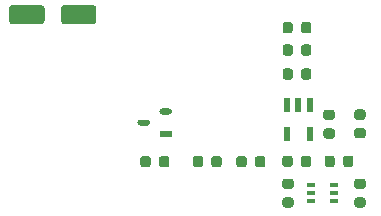
<source format=gbr>
%TF.GenerationSoftware,KiCad,Pcbnew,(5.1.6)-1*%
%TF.CreationDate,2021-01-16T21:26:58+01:00*%
%TF.ProjectId,hardware-smart-gaz-detector-extension-board,68617264-7761-4726-952d-736d6172742d,rev?*%
%TF.SameCoordinates,Original*%
%TF.FileFunction,Paste,Top*%
%TF.FilePolarity,Positive*%
%FSLAX46Y46*%
G04 Gerber Fmt 4.6, Leading zero omitted, Abs format (unit mm)*
G04 Created by KiCad (PCBNEW (5.1.6)-1) date 2021-01-16 21:26:58*
%MOMM*%
%LPD*%
G01*
G04 APERTURE LIST*
%ADD10R,1.074609X0.537986*%
%ADD11R,0.549999X1.300000*%
%ADD12R,0.650000X0.400000*%
G04 APERTURE END LIST*
%TO.C,R2*%
G36*
G01*
X63850000Y-66550250D02*
X63850000Y-66037750D01*
G75*
G02*
X64068750Y-65819000I218750J0D01*
G01*
X64506250Y-65819000D01*
G75*
G02*
X64725000Y-66037750I0J-218750D01*
G01*
X64725000Y-66550250D01*
G75*
G02*
X64506250Y-66769000I-218750J0D01*
G01*
X64068750Y-66769000D01*
G75*
G02*
X63850000Y-66550250I0J218750D01*
G01*
G37*
G36*
G01*
X62275000Y-66550250D02*
X62275000Y-66037750D01*
G75*
G02*
X62493750Y-65819000I218750J0D01*
G01*
X62931250Y-65819000D01*
G75*
G02*
X63150000Y-66037750I0J-218750D01*
G01*
X63150000Y-66550250D01*
G75*
G02*
X62931250Y-66769000I-218750J0D01*
G01*
X62493750Y-66769000D01*
G75*
G02*
X62275000Y-66550250I0J218750D01*
G01*
G37*
%TD*%
%TO.C,C2*%
G36*
G01*
X75033850Y-68611100D02*
X74521350Y-68611100D01*
G75*
G02*
X74302600Y-68392350I0J218750D01*
G01*
X74302600Y-67954850D01*
G75*
G02*
X74521350Y-67736100I218750J0D01*
G01*
X75033850Y-67736100D01*
G75*
G02*
X75252600Y-67954850I0J-218750D01*
G01*
X75252600Y-68392350D01*
G75*
G02*
X75033850Y-68611100I-218750J0D01*
G01*
G37*
G36*
G01*
X75033850Y-70186100D02*
X74521350Y-70186100D01*
G75*
G02*
X74302600Y-69967350I0J218750D01*
G01*
X74302600Y-69529850D01*
G75*
G02*
X74521350Y-69311100I218750J0D01*
G01*
X75033850Y-69311100D01*
G75*
G02*
X75252600Y-69529850I0J-218750D01*
G01*
X75252600Y-69967350D01*
G75*
G02*
X75033850Y-70186100I-218750J0D01*
G01*
G37*
%TD*%
%TO.C,C1*%
G36*
G01*
X75189600Y-58620950D02*
X75189600Y-59133450D01*
G75*
G02*
X74970850Y-59352200I-218750J0D01*
G01*
X74533350Y-59352200D01*
G75*
G02*
X74314600Y-59133450I0J218750D01*
G01*
X74314600Y-58620950D01*
G75*
G02*
X74533350Y-58402200I218750J0D01*
G01*
X74970850Y-58402200D01*
G75*
G02*
X75189600Y-58620950I0J-218750D01*
G01*
G37*
G36*
G01*
X76764600Y-58620950D02*
X76764600Y-59133450D01*
G75*
G02*
X76545850Y-59352200I-218750J0D01*
G01*
X76108350Y-59352200D01*
G75*
G02*
X75889600Y-59133450I0J218750D01*
G01*
X75889600Y-58620950D01*
G75*
G02*
X76108350Y-58402200I218750J0D01*
G01*
X76545850Y-58402200D01*
G75*
G02*
X76764600Y-58620950I0J-218750D01*
G01*
G37*
%TD*%
%TO.C,C3*%
G36*
G01*
X51164000Y-54398000D02*
X51164000Y-53298000D01*
G75*
G02*
X51414000Y-53048000I250000J0D01*
G01*
X53914000Y-53048000D01*
G75*
G02*
X54164000Y-53298000I0J-250000D01*
G01*
X54164000Y-54398000D01*
G75*
G02*
X53914000Y-54648000I-250000J0D01*
G01*
X51414000Y-54648000D01*
G75*
G02*
X51164000Y-54398000I0J250000D01*
G01*
G37*
G36*
G01*
X55564000Y-54398000D02*
X55564000Y-53298000D01*
G75*
G02*
X55814000Y-53048000I250000J0D01*
G01*
X58314000Y-53048000D01*
G75*
G02*
X58564000Y-53298000I0J-250000D01*
G01*
X58564000Y-54398000D01*
G75*
G02*
X58314000Y-54648000I-250000J0D01*
G01*
X55814000Y-54648000D01*
G75*
G02*
X55564000Y-54398000I0J250000D01*
G01*
G37*
%TD*%
%TO.C,C4*%
G36*
G01*
X70403000Y-66550250D02*
X70403000Y-66037750D01*
G75*
G02*
X70621750Y-65819000I218750J0D01*
G01*
X71059250Y-65819000D01*
G75*
G02*
X71278000Y-66037750I0J-218750D01*
G01*
X71278000Y-66550250D01*
G75*
G02*
X71059250Y-66769000I-218750J0D01*
G01*
X70621750Y-66769000D01*
G75*
G02*
X70403000Y-66550250I0J218750D01*
G01*
G37*
G36*
G01*
X71978000Y-66550250D02*
X71978000Y-66037750D01*
G75*
G02*
X72196750Y-65819000I218750J0D01*
G01*
X72634250Y-65819000D01*
G75*
G02*
X72853000Y-66037750I0J-218750D01*
G01*
X72853000Y-66550250D01*
G75*
G02*
X72634250Y-66769000I-218750J0D01*
G01*
X72196750Y-66769000D01*
G75*
G02*
X71978000Y-66550250I0J218750D01*
G01*
G37*
%TD*%
%TO.C,C5*%
G36*
G01*
X78001150Y-61894000D02*
X78513650Y-61894000D01*
G75*
G02*
X78732400Y-62112750I0J-218750D01*
G01*
X78732400Y-62550250D01*
G75*
G02*
X78513650Y-62769000I-218750J0D01*
G01*
X78001150Y-62769000D01*
G75*
G02*
X77782400Y-62550250I0J218750D01*
G01*
X77782400Y-62112750D01*
G75*
G02*
X78001150Y-61894000I218750J0D01*
G01*
G37*
G36*
G01*
X78001150Y-63469000D02*
X78513650Y-63469000D01*
G75*
G02*
X78732400Y-63687750I0J-218750D01*
G01*
X78732400Y-64125250D01*
G75*
G02*
X78513650Y-64344000I-218750J0D01*
G01*
X78001150Y-64344000D01*
G75*
G02*
X77782400Y-64125250I0J218750D01*
G01*
X77782400Y-63687750D01*
G75*
G02*
X78001150Y-63469000I218750J0D01*
G01*
G37*
%TD*%
%TO.C,C6*%
G36*
G01*
X81129850Y-64318600D02*
X80617350Y-64318600D01*
G75*
G02*
X80398600Y-64099850I0J218750D01*
G01*
X80398600Y-63662350D01*
G75*
G02*
X80617350Y-63443600I218750J0D01*
G01*
X81129850Y-63443600D01*
G75*
G02*
X81348600Y-63662350I0J-218750D01*
G01*
X81348600Y-64099850D01*
G75*
G02*
X81129850Y-64318600I-218750J0D01*
G01*
G37*
G36*
G01*
X81129850Y-62743600D02*
X80617350Y-62743600D01*
G75*
G02*
X80398600Y-62524850I0J218750D01*
G01*
X80398600Y-62087350D01*
G75*
G02*
X80617350Y-61868600I218750J0D01*
G01*
X81129850Y-61868600D01*
G75*
G02*
X81348600Y-62087350I0J-218750D01*
G01*
X81348600Y-62524850D01*
G75*
G02*
X81129850Y-62743600I-218750J0D01*
G01*
G37*
%TD*%
%TO.C,Q1*%
G36*
G01*
X63102303Y-62992000D02*
X63102303Y-62992000D01*
G75*
G02*
X62833310Y-63260993I-268993J0D01*
G01*
X62296688Y-63260993D01*
G75*
G02*
X62027695Y-62992000I0J268993D01*
G01*
X62027695Y-62992000D01*
G75*
G02*
X62296688Y-62723007I268993J0D01*
G01*
X62833310Y-62723007D01*
G75*
G02*
X63102303Y-62992000I0J-268993D01*
G01*
G37*
G36*
G01*
X64972304Y-62042000D02*
X64972304Y-62042000D01*
G75*
G02*
X64703311Y-62310993I-268993J0D01*
G01*
X64166689Y-62310993D01*
G75*
G02*
X63897696Y-62042000I0J268993D01*
G01*
X63897696Y-62042000D01*
G75*
G02*
X64166689Y-61773007I268993J0D01*
G01*
X64703311Y-61773007D01*
G75*
G02*
X64972304Y-62042000I0J-268993D01*
G01*
G37*
D10*
X64435000Y-63942000D03*
%TD*%
%TO.C,R1*%
G36*
G01*
X66720000Y-66550250D02*
X66720000Y-66037750D01*
G75*
G02*
X66938750Y-65819000I218750J0D01*
G01*
X67376250Y-65819000D01*
G75*
G02*
X67595000Y-66037750I0J-218750D01*
G01*
X67595000Y-66550250D01*
G75*
G02*
X67376250Y-66769000I-218750J0D01*
G01*
X66938750Y-66769000D01*
G75*
G02*
X66720000Y-66550250I0J218750D01*
G01*
G37*
G36*
G01*
X68295000Y-66550250D02*
X68295000Y-66037750D01*
G75*
G02*
X68513750Y-65819000I218750J0D01*
G01*
X68951250Y-65819000D01*
G75*
G02*
X69170000Y-66037750I0J-218750D01*
G01*
X69170000Y-66550250D01*
G75*
G02*
X68951250Y-66769000I-218750J0D01*
G01*
X68513750Y-66769000D01*
G75*
G02*
X68295000Y-66550250I0J218750D01*
G01*
G37*
%TD*%
%TO.C,R3*%
G36*
G01*
X76764600Y-54683950D02*
X76764600Y-55196450D01*
G75*
G02*
X76545850Y-55415200I-218750J0D01*
G01*
X76108350Y-55415200D01*
G75*
G02*
X75889600Y-55196450I0J218750D01*
G01*
X75889600Y-54683950D01*
G75*
G02*
X76108350Y-54465200I218750J0D01*
G01*
X76545850Y-54465200D01*
G75*
G02*
X76764600Y-54683950I0J-218750D01*
G01*
G37*
G36*
G01*
X75189600Y-54683950D02*
X75189600Y-55196450D01*
G75*
G02*
X74970850Y-55415200I-218750J0D01*
G01*
X74533350Y-55415200D01*
G75*
G02*
X74314600Y-55196450I0J218750D01*
G01*
X74314600Y-54683950D01*
G75*
G02*
X74533350Y-54465200I218750J0D01*
G01*
X74970850Y-54465200D01*
G75*
G02*
X75189600Y-54683950I0J-218750D01*
G01*
G37*
%TD*%
%TO.C,R4*%
G36*
G01*
X74314600Y-57101450D02*
X74314600Y-56588950D01*
G75*
G02*
X74533350Y-56370200I218750J0D01*
G01*
X74970850Y-56370200D01*
G75*
G02*
X75189600Y-56588950I0J-218750D01*
G01*
X75189600Y-57101450D01*
G75*
G02*
X74970850Y-57320200I-218750J0D01*
G01*
X74533350Y-57320200D01*
G75*
G02*
X74314600Y-57101450I0J218750D01*
G01*
G37*
G36*
G01*
X75889600Y-57101450D02*
X75889600Y-56588950D01*
G75*
G02*
X76108350Y-56370200I218750J0D01*
G01*
X76545850Y-56370200D01*
G75*
G02*
X76764600Y-56588950I0J-218750D01*
G01*
X76764600Y-57101450D01*
G75*
G02*
X76545850Y-57320200I-218750J0D01*
G01*
X76108350Y-57320200D01*
G75*
G02*
X75889600Y-57101450I0J218750D01*
G01*
G37*
%TD*%
%TO.C,R5*%
G36*
G01*
X75164100Y-66012350D02*
X75164100Y-66524850D01*
G75*
G02*
X74945350Y-66743600I-218750J0D01*
G01*
X74507850Y-66743600D01*
G75*
G02*
X74289100Y-66524850I0J218750D01*
G01*
X74289100Y-66012350D01*
G75*
G02*
X74507850Y-65793600I218750J0D01*
G01*
X74945350Y-65793600D01*
G75*
G02*
X75164100Y-66012350I0J-218750D01*
G01*
G37*
G36*
G01*
X76739100Y-66012350D02*
X76739100Y-66524850D01*
G75*
G02*
X76520350Y-66743600I-218750J0D01*
G01*
X76082850Y-66743600D01*
G75*
G02*
X75864100Y-66524850I0J218750D01*
G01*
X75864100Y-66012350D01*
G75*
G02*
X76082850Y-65793600I218750J0D01*
G01*
X76520350Y-65793600D01*
G75*
G02*
X76739100Y-66012350I0J-218750D01*
G01*
G37*
%TD*%
%TO.C,R6*%
G36*
G01*
X79445600Y-66524850D02*
X79445600Y-66012350D01*
G75*
G02*
X79664350Y-65793600I218750J0D01*
G01*
X80101850Y-65793600D01*
G75*
G02*
X80320600Y-66012350I0J-218750D01*
G01*
X80320600Y-66524850D01*
G75*
G02*
X80101850Y-66743600I-218750J0D01*
G01*
X79664350Y-66743600D01*
G75*
G02*
X79445600Y-66524850I0J218750D01*
G01*
G37*
G36*
G01*
X77870600Y-66524850D02*
X77870600Y-66012350D01*
G75*
G02*
X78089350Y-65793600I218750J0D01*
G01*
X78526850Y-65793600D01*
G75*
G02*
X78745600Y-66012350I0J-218750D01*
G01*
X78745600Y-66524850D01*
G75*
G02*
X78526850Y-66743600I-218750J0D01*
G01*
X78089350Y-66743600D01*
G75*
G02*
X77870600Y-66524850I0J218750D01*
G01*
G37*
%TD*%
%TO.C,R7*%
G36*
G01*
X81129850Y-70186100D02*
X80617350Y-70186100D01*
G75*
G02*
X80398600Y-69967350I0J218750D01*
G01*
X80398600Y-69529850D01*
G75*
G02*
X80617350Y-69311100I218750J0D01*
G01*
X81129850Y-69311100D01*
G75*
G02*
X81348600Y-69529850I0J-218750D01*
G01*
X81348600Y-69967350D01*
G75*
G02*
X81129850Y-70186100I-218750J0D01*
G01*
G37*
G36*
G01*
X81129850Y-68611100D02*
X80617350Y-68611100D01*
G75*
G02*
X80398600Y-68392350I0J218750D01*
G01*
X80398600Y-67954850D01*
G75*
G02*
X80617350Y-67736100I218750J0D01*
G01*
X81129850Y-67736100D01*
G75*
G02*
X81348600Y-67954850I0J-218750D01*
G01*
X81348600Y-68392350D01*
G75*
G02*
X81129850Y-68611100I-218750J0D01*
G01*
G37*
%TD*%
D11*
%TO.C,U2*%
X76616601Y-63912600D03*
X74716602Y-63912600D03*
X74716602Y-61512600D03*
X75666601Y-61512600D03*
X76616601Y-61512600D03*
%TD*%
D12*
%TO.C,U3*%
X76748600Y-68285600D03*
X76748600Y-69585600D03*
X78648600Y-68935600D03*
X76748600Y-68935600D03*
X78648600Y-69585600D03*
X78648600Y-68285600D03*
%TD*%
M02*

</source>
